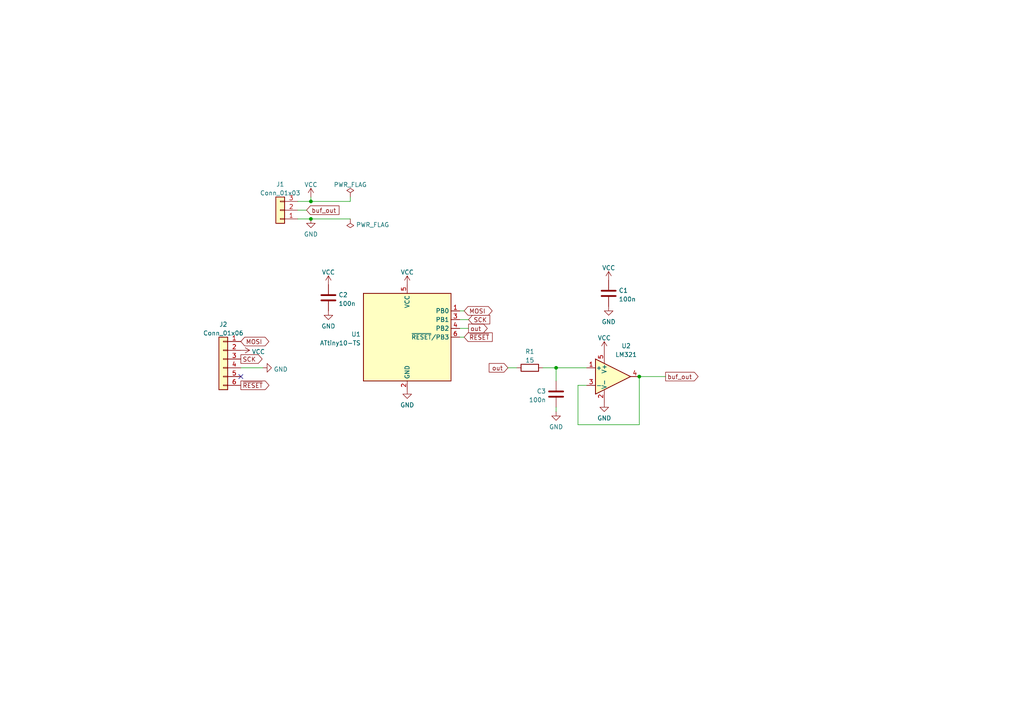
<source format=kicad_sch>
(kicad_sch (version 20211123) (generator eeschema)

  (uuid 1593ca0f-3b22-4ece-831f-2968d5aedc34)

  (paper "A4")

  (lib_symbols
    (symbol "Amplifier_Operational:LM321" (pin_names (offset 0.127)) (in_bom yes) (on_board yes)
      (property "Reference" "U" (id 0) (at 0 7.62 0)
        (effects (font (size 1.27 1.27)) (justify left))
      )
      (property "Value" "LM321" (id 1) (at 0 5.08 0)
        (effects (font (size 1.27 1.27)) (justify left))
      )
      (property "Footprint" "Package_TO_SOT_SMD:SOT-23-5" (id 2) (at 0 0 0)
        (effects (font (size 1.27 1.27)) hide)
      )
      (property "Datasheet" "http://www.ti.com/lit/ds/symlink/lm321.pdf" (id 3) (at 0 0 0)
        (effects (font (size 1.27 1.27)) hide)
      )
      (property "ki_keywords" "single opamp" (id 4) (at 0 0 0)
        (effects (font (size 1.27 1.27)) hide)
      )
      (property "ki_description" "Low Power Single Operational Amplifier, SOT-23-5" (id 5) (at 0 0 0)
        (effects (font (size 1.27 1.27)) hide)
      )
      (property "ki_fp_filters" "SOT?23*" (id 6) (at 0 0 0)
        (effects (font (size 1.27 1.27)) hide)
      )
      (symbol "LM321_0_1"
        (polyline
          (pts
            (xy -5.08 5.08)
            (xy 5.08 0)
            (xy -5.08 -5.08)
            (xy -5.08 5.08)
          )
          (stroke (width 0.254) (type default) (color 0 0 0 0))
          (fill (type background))
        )
      )
      (symbol "LM321_1_1"
        (pin input line (at -7.62 2.54 0) (length 2.54)
          (name "+" (effects (font (size 1.27 1.27))))
          (number "1" (effects (font (size 1.27 1.27))))
        )
        (pin power_in line (at -2.54 -7.62 90) (length 3.81)
          (name "V-" (effects (font (size 1.27 1.27))))
          (number "2" (effects (font (size 1.27 1.27))))
        )
        (pin input line (at -7.62 -2.54 0) (length 2.54)
          (name "-" (effects (font (size 1.27 1.27))))
          (number "3" (effects (font (size 1.27 1.27))))
        )
        (pin output line (at 7.62 0 180) (length 2.54)
          (name "~" (effects (font (size 1.27 1.27))))
          (number "4" (effects (font (size 1.27 1.27))))
        )
        (pin power_in line (at -2.54 7.62 270) (length 3.81)
          (name "V+" (effects (font (size 1.27 1.27))))
          (number "5" (effects (font (size 1.27 1.27))))
        )
      )
    )
    (symbol "Connector_Generic:Conn_01x03" (pin_names (offset 1.016) hide) (in_bom yes) (on_board yes)
      (property "Reference" "J" (id 0) (at 0 5.08 0)
        (effects (font (size 1.27 1.27)))
      )
      (property "Value" "Conn_01x03" (id 1) (at 0 -5.08 0)
        (effects (font (size 1.27 1.27)))
      )
      (property "Footprint" "" (id 2) (at 0 0 0)
        (effects (font (size 1.27 1.27)) hide)
      )
      (property "Datasheet" "~" (id 3) (at 0 0 0)
        (effects (font (size 1.27 1.27)) hide)
      )
      (property "ki_keywords" "connector" (id 4) (at 0 0 0)
        (effects (font (size 1.27 1.27)) hide)
      )
      (property "ki_description" "Generic connector, single row, 01x03, script generated (kicad-library-utils/schlib/autogen/connector/)" (id 5) (at 0 0 0)
        (effects (font (size 1.27 1.27)) hide)
      )
      (property "ki_fp_filters" "Connector*:*_1x??_*" (id 6) (at 0 0 0)
        (effects (font (size 1.27 1.27)) hide)
      )
      (symbol "Conn_01x03_1_1"
        (rectangle (start -1.27 -2.413) (end 0 -2.667)
          (stroke (width 0.1524) (type default) (color 0 0 0 0))
          (fill (type none))
        )
        (rectangle (start -1.27 0.127) (end 0 -0.127)
          (stroke (width 0.1524) (type default) (color 0 0 0 0))
          (fill (type none))
        )
        (rectangle (start -1.27 2.667) (end 0 2.413)
          (stroke (width 0.1524) (type default) (color 0 0 0 0))
          (fill (type none))
        )
        (rectangle (start -1.27 3.81) (end 1.27 -3.81)
          (stroke (width 0.254) (type default) (color 0 0 0 0))
          (fill (type background))
        )
        (pin passive line (at -5.08 2.54 0) (length 3.81)
          (name "Pin_1" (effects (font (size 1.27 1.27))))
          (number "1" (effects (font (size 1.27 1.27))))
        )
        (pin passive line (at -5.08 0 0) (length 3.81)
          (name "Pin_2" (effects (font (size 1.27 1.27))))
          (number "2" (effects (font (size 1.27 1.27))))
        )
        (pin passive line (at -5.08 -2.54 0) (length 3.81)
          (name "Pin_3" (effects (font (size 1.27 1.27))))
          (number "3" (effects (font (size 1.27 1.27))))
        )
      )
    )
    (symbol "Connector_Generic:Conn_01x06" (pin_names (offset 1.016) hide) (in_bom yes) (on_board yes)
      (property "Reference" "J" (id 0) (at 0 7.62 0)
        (effects (font (size 1.27 1.27)))
      )
      (property "Value" "Conn_01x06" (id 1) (at 0 -10.16 0)
        (effects (font (size 1.27 1.27)))
      )
      (property "Footprint" "" (id 2) (at 0 0 0)
        (effects (font (size 1.27 1.27)) hide)
      )
      (property "Datasheet" "~" (id 3) (at 0 0 0)
        (effects (font (size 1.27 1.27)) hide)
      )
      (property "ki_keywords" "connector" (id 4) (at 0 0 0)
        (effects (font (size 1.27 1.27)) hide)
      )
      (property "ki_description" "Generic connector, single row, 01x06, script generated (kicad-library-utils/schlib/autogen/connector/)" (id 5) (at 0 0 0)
        (effects (font (size 1.27 1.27)) hide)
      )
      (property "ki_fp_filters" "Connector*:*_1x??_*" (id 6) (at 0 0 0)
        (effects (font (size 1.27 1.27)) hide)
      )
      (symbol "Conn_01x06_1_1"
        (rectangle (start -1.27 -7.493) (end 0 -7.747)
          (stroke (width 0.1524) (type default) (color 0 0 0 0))
          (fill (type none))
        )
        (rectangle (start -1.27 -4.953) (end 0 -5.207)
          (stroke (width 0.1524) (type default) (color 0 0 0 0))
          (fill (type none))
        )
        (rectangle (start -1.27 -2.413) (end 0 -2.667)
          (stroke (width 0.1524) (type default) (color 0 0 0 0))
          (fill (type none))
        )
        (rectangle (start -1.27 0.127) (end 0 -0.127)
          (stroke (width 0.1524) (type default) (color 0 0 0 0))
          (fill (type none))
        )
        (rectangle (start -1.27 2.667) (end 0 2.413)
          (stroke (width 0.1524) (type default) (color 0 0 0 0))
          (fill (type none))
        )
        (rectangle (start -1.27 5.207) (end 0 4.953)
          (stroke (width 0.1524) (type default) (color 0 0 0 0))
          (fill (type none))
        )
        (rectangle (start -1.27 6.35) (end 1.27 -8.89)
          (stroke (width 0.254) (type default) (color 0 0 0 0))
          (fill (type background))
        )
        (pin passive line (at -5.08 5.08 0) (length 3.81)
          (name "Pin_1" (effects (font (size 1.27 1.27))))
          (number "1" (effects (font (size 1.27 1.27))))
        )
        (pin passive line (at -5.08 2.54 0) (length 3.81)
          (name "Pin_2" (effects (font (size 1.27 1.27))))
          (number "2" (effects (font (size 1.27 1.27))))
        )
        (pin passive line (at -5.08 0 0) (length 3.81)
          (name "Pin_3" (effects (font (size 1.27 1.27))))
          (number "3" (effects (font (size 1.27 1.27))))
        )
        (pin passive line (at -5.08 -2.54 0) (length 3.81)
          (name "Pin_4" (effects (font (size 1.27 1.27))))
          (number "4" (effects (font (size 1.27 1.27))))
        )
        (pin passive line (at -5.08 -5.08 0) (length 3.81)
          (name "Pin_5" (effects (font (size 1.27 1.27))))
          (number "5" (effects (font (size 1.27 1.27))))
        )
        (pin passive line (at -5.08 -7.62 0) (length 3.81)
          (name "Pin_6" (effects (font (size 1.27 1.27))))
          (number "6" (effects (font (size 1.27 1.27))))
        )
      )
    )
    (symbol "Device:C" (pin_numbers hide) (pin_names (offset 0.254)) (in_bom yes) (on_board yes)
      (property "Reference" "C" (id 0) (at 0.635 2.54 0)
        (effects (font (size 1.27 1.27)) (justify left))
      )
      (property "Value" "C" (id 1) (at 0.635 -2.54 0)
        (effects (font (size 1.27 1.27)) (justify left))
      )
      (property "Footprint" "" (id 2) (at 0.9652 -3.81 0)
        (effects (font (size 1.27 1.27)) hide)
      )
      (property "Datasheet" "~" (id 3) (at 0 0 0)
        (effects (font (size 1.27 1.27)) hide)
      )
      (property "ki_keywords" "cap capacitor" (id 4) (at 0 0 0)
        (effects (font (size 1.27 1.27)) hide)
      )
      (property "ki_description" "Unpolarized capacitor" (id 5) (at 0 0 0)
        (effects (font (size 1.27 1.27)) hide)
      )
      (property "ki_fp_filters" "C_*" (id 6) (at 0 0 0)
        (effects (font (size 1.27 1.27)) hide)
      )
      (symbol "C_0_1"
        (polyline
          (pts
            (xy -2.032 -0.762)
            (xy 2.032 -0.762)
          )
          (stroke (width 0.508) (type default) (color 0 0 0 0))
          (fill (type none))
        )
        (polyline
          (pts
            (xy -2.032 0.762)
            (xy 2.032 0.762)
          )
          (stroke (width 0.508) (type default) (color 0 0 0 0))
          (fill (type none))
        )
      )
      (symbol "C_1_1"
        (pin passive line (at 0 3.81 270) (length 2.794)
          (name "~" (effects (font (size 1.27 1.27))))
          (number "1" (effects (font (size 1.27 1.27))))
        )
        (pin passive line (at 0 -3.81 90) (length 2.794)
          (name "~" (effects (font (size 1.27 1.27))))
          (number "2" (effects (font (size 1.27 1.27))))
        )
      )
    )
    (symbol "Device:R" (pin_numbers hide) (pin_names (offset 0)) (in_bom yes) (on_board yes)
      (property "Reference" "R" (id 0) (at 2.032 0 90)
        (effects (font (size 1.27 1.27)))
      )
      (property "Value" "R" (id 1) (at 0 0 90)
        (effects (font (size 1.27 1.27)))
      )
      (property "Footprint" "" (id 2) (at -1.778 0 90)
        (effects (font (size 1.27 1.27)) hide)
      )
      (property "Datasheet" "~" (id 3) (at 0 0 0)
        (effects (font (size 1.27 1.27)) hide)
      )
      (property "ki_keywords" "R res resistor" (id 4) (at 0 0 0)
        (effects (font (size 1.27 1.27)) hide)
      )
      (property "ki_description" "Resistor" (id 5) (at 0 0 0)
        (effects (font (size 1.27 1.27)) hide)
      )
      (property "ki_fp_filters" "R_*" (id 6) (at 0 0 0)
        (effects (font (size 1.27 1.27)) hide)
      )
      (symbol "R_0_1"
        (rectangle (start -1.016 -2.54) (end 1.016 2.54)
          (stroke (width 0.254) (type default) (color 0 0 0 0))
          (fill (type none))
        )
      )
      (symbol "R_1_1"
        (pin passive line (at 0 3.81 270) (length 1.27)
          (name "~" (effects (font (size 1.27 1.27))))
          (number "1" (effects (font (size 1.27 1.27))))
        )
        (pin passive line (at 0 -3.81 90) (length 1.27)
          (name "~" (effects (font (size 1.27 1.27))))
          (number "2" (effects (font (size 1.27 1.27))))
        )
      )
    )
    (symbol "MCU_Microchip_ATtiny:ATtiny10-TS" (in_bom yes) (on_board yes)
      (property "Reference" "U" (id 0) (at -12.7 13.97 0)
        (effects (font (size 1.27 1.27)) (justify left bottom))
      )
      (property "Value" "ATtiny10-TS" (id 1) (at 2.54 -13.97 0)
        (effects (font (size 1.27 1.27)) (justify left top))
      )
      (property "Footprint" "Package_TO_SOT_SMD:SOT-23-6" (id 2) (at 0 0 0)
        (effects (font (size 1.27 1.27) italic) hide)
      )
      (property "Datasheet" "http://ww1.microchip.com/downloads/en/DeviceDoc/Atmel-8127-AVR-8-bit-Microcontroller-ATtiny4-ATtiny5-ATtiny9-ATtiny10_Datasheet.pdf" (id 3) (at 0 0 0)
        (effects (font (size 1.27 1.27)) hide)
      )
      (property "ki_keywords" "AVR 8bit Microcontroller tinyAVR" (id 4) (at 0 0 0)
        (effects (font (size 1.27 1.27)) hide)
      )
      (property "ki_description" "12MHz, 1kB Flash, 32B SRAM, No EEPROM, ADC, SOT-23-6" (id 5) (at 0 0 0)
        (effects (font (size 1.27 1.27)) hide)
      )
      (property "ki_fp_filters" "SOT?23?6*" (id 6) (at 0 0 0)
        (effects (font (size 1.27 1.27)) hide)
      )
      (symbol "ATtiny10-TS_0_1"
        (rectangle (start -12.7 -12.7) (end 12.7 12.7)
          (stroke (width 0.254) (type default) (color 0 0 0 0))
          (fill (type background))
        )
      )
      (symbol "ATtiny10-TS_1_1"
        (pin bidirectional line (at 15.24 7.62 180) (length 2.54)
          (name "PB0" (effects (font (size 1.27 1.27))))
          (number "1" (effects (font (size 1.27 1.27))))
        )
        (pin power_in line (at 0 -15.24 90) (length 2.54)
          (name "GND" (effects (font (size 1.27 1.27))))
          (number "2" (effects (font (size 1.27 1.27))))
        )
        (pin bidirectional line (at 15.24 5.08 180) (length 2.54)
          (name "PB1" (effects (font (size 1.27 1.27))))
          (number "3" (effects (font (size 1.27 1.27))))
        )
        (pin bidirectional line (at 15.24 2.54 180) (length 2.54)
          (name "PB2" (effects (font (size 1.27 1.27))))
          (number "4" (effects (font (size 1.27 1.27))))
        )
        (pin power_in line (at 0 15.24 270) (length 2.54)
          (name "VCC" (effects (font (size 1.27 1.27))))
          (number "5" (effects (font (size 1.27 1.27))))
        )
        (pin bidirectional line (at 15.24 0 180) (length 2.54)
          (name "~{RESET}/PB3" (effects (font (size 1.27 1.27))))
          (number "6" (effects (font (size 1.27 1.27))))
        )
      )
    )
    (symbol "power:GND" (power) (pin_names (offset 0)) (in_bom yes) (on_board yes)
      (property "Reference" "#PWR" (id 0) (at 0 -6.35 0)
        (effects (font (size 1.27 1.27)) hide)
      )
      (property "Value" "GND" (id 1) (at 0 -3.81 0)
        (effects (font (size 1.27 1.27)))
      )
      (property "Footprint" "" (id 2) (at 0 0 0)
        (effects (font (size 1.27 1.27)) hide)
      )
      (property "Datasheet" "" (id 3) (at 0 0 0)
        (effects (font (size 1.27 1.27)) hide)
      )
      (property "ki_keywords" "power-flag" (id 4) (at 0 0 0)
        (effects (font (size 1.27 1.27)) hide)
      )
      (property "ki_description" "Power symbol creates a global label with name \"GND\" , ground" (id 5) (at 0 0 0)
        (effects (font (size 1.27 1.27)) hide)
      )
      (symbol "GND_0_1"
        (polyline
          (pts
            (xy 0 0)
            (xy 0 -1.27)
            (xy 1.27 -1.27)
            (xy 0 -2.54)
            (xy -1.27 -1.27)
            (xy 0 -1.27)
          )
          (stroke (width 0) (type default) (color 0 0 0 0))
          (fill (type none))
        )
      )
      (symbol "GND_1_1"
        (pin power_in line (at 0 0 270) (length 0) hide
          (name "GND" (effects (font (size 1.27 1.27))))
          (number "1" (effects (font (size 1.27 1.27))))
        )
      )
    )
    (symbol "power:PWR_FLAG" (power) (pin_numbers hide) (pin_names (offset 0) hide) (in_bom yes) (on_board yes)
      (property "Reference" "#FLG" (id 0) (at 0 1.905 0)
        (effects (font (size 1.27 1.27)) hide)
      )
      (property "Value" "PWR_FLAG" (id 1) (at 0 3.81 0)
        (effects (font (size 1.27 1.27)))
      )
      (property "Footprint" "" (id 2) (at 0 0 0)
        (effects (font (size 1.27 1.27)) hide)
      )
      (property "Datasheet" "~" (id 3) (at 0 0 0)
        (effects (font (size 1.27 1.27)) hide)
      )
      (property "ki_keywords" "power-flag" (id 4) (at 0 0 0)
        (effects (font (size 1.27 1.27)) hide)
      )
      (property "ki_description" "Special symbol for telling ERC where power comes from" (id 5) (at 0 0 0)
        (effects (font (size 1.27 1.27)) hide)
      )
      (symbol "PWR_FLAG_0_0"
        (pin power_out line (at 0 0 90) (length 0)
          (name "pwr" (effects (font (size 1.27 1.27))))
          (number "1" (effects (font (size 1.27 1.27))))
        )
      )
      (symbol "PWR_FLAG_0_1"
        (polyline
          (pts
            (xy 0 0)
            (xy 0 1.27)
            (xy -1.016 1.905)
            (xy 0 2.54)
            (xy 1.016 1.905)
            (xy 0 1.27)
          )
          (stroke (width 0) (type default) (color 0 0 0 0))
          (fill (type none))
        )
      )
    )
    (symbol "power:VCC" (power) (pin_names (offset 0)) (in_bom yes) (on_board yes)
      (property "Reference" "#PWR" (id 0) (at 0 -3.81 0)
        (effects (font (size 1.27 1.27)) hide)
      )
      (property "Value" "VCC" (id 1) (at 0 3.81 0)
        (effects (font (size 1.27 1.27)))
      )
      (property "Footprint" "" (id 2) (at 0 0 0)
        (effects (font (size 1.27 1.27)) hide)
      )
      (property "Datasheet" "" (id 3) (at 0 0 0)
        (effects (font (size 1.27 1.27)) hide)
      )
      (property "ki_keywords" "power-flag" (id 4) (at 0 0 0)
        (effects (font (size 1.27 1.27)) hide)
      )
      (property "ki_description" "Power symbol creates a global label with name \"VCC\"" (id 5) (at 0 0 0)
        (effects (font (size 1.27 1.27)) hide)
      )
      (symbol "VCC_0_1"
        (polyline
          (pts
            (xy -0.762 1.27)
            (xy 0 2.54)
          )
          (stroke (width 0) (type default) (color 0 0 0 0))
          (fill (type none))
        )
        (polyline
          (pts
            (xy 0 0)
            (xy 0 2.54)
          )
          (stroke (width 0) (type default) (color 0 0 0 0))
          (fill (type none))
        )
        (polyline
          (pts
            (xy 0 2.54)
            (xy 0.762 1.27)
          )
          (stroke (width 0) (type default) (color 0 0 0 0))
          (fill (type none))
        )
      )
      (symbol "VCC_1_1"
        (pin power_in line (at 0 0 90) (length 0) hide
          (name "VCC" (effects (font (size 1.27 1.27))))
          (number "1" (effects (font (size 1.27 1.27))))
        )
      )
    )
  )

  (junction (at 161.29 106.68) (diameter 0) (color 0 0 0 0)
    (uuid 10c6fc98-204b-4748-9492-400ebaec9aed)
  )
  (junction (at 90.17 63.5) (diameter 0) (color 0 0 0 0)
    (uuid 7e41087d-929b-49b0-b8c1-5e69e9a2cc7f)
  )
  (junction (at 185.42 109.22) (diameter 0) (color 0 0 0 0)
    (uuid 9e589e51-8ad8-4cdb-8f8e-2c7764be8472)
  )
  (junction (at 90.17 58.42) (diameter 0) (color 0 0 0 0)
    (uuid be3986bc-6997-4043-a81c-9d3fed0e35ed)
  )

  (no_connect (at 69.85 109.22) (uuid e904333c-dc9b-4a2f-997b-41bb902a51c0))

  (wire (pts (xy 90.17 58.42) (xy 86.36 58.42))
    (stroke (width 0) (type default) (color 0 0 0 0))
    (uuid 0532054c-a1a6-4ef7-8124-b0ca041f8e84)
  )
  (wire (pts (xy 69.85 106.68) (xy 76.2 106.68))
    (stroke (width 0) (type default) (color 0 0 0 0))
    (uuid 14b6bc7e-9c3f-4e91-9b08-2218df86a498)
  )
  (wire (pts (xy 161.29 106.68) (xy 161.29 110.49))
    (stroke (width 0) (type default) (color 0 0 0 0))
    (uuid 2b91374d-5d5f-4586-9aa6-d2f4e429c88f)
  )
  (wire (pts (xy 90.17 63.5) (xy 101.6 63.5))
    (stroke (width 0) (type default) (color 0 0 0 0))
    (uuid 30513ec3-941c-4ff5-a6c2-d1164a64e376)
  )
  (wire (pts (xy 86.36 60.96) (xy 88.9 60.96))
    (stroke (width 0) (type default) (color 0 0 0 0))
    (uuid 33e6e2e4-535b-402c-8f23-6c1a68aecb7c)
  )
  (wire (pts (xy 101.6 57.15) (xy 101.6 58.42))
    (stroke (width 0) (type default) (color 0 0 0 0))
    (uuid 342b39d1-9555-4998-b89a-d838b1b88b6d)
  )
  (wire (pts (xy 133.35 95.25) (xy 135.89 95.25))
    (stroke (width 0) (type default) (color 0 0 0 0))
    (uuid 43edaecf-c30e-476b-90a1-d31aca58b7bf)
  )
  (wire (pts (xy 86.36 63.5) (xy 90.17 63.5))
    (stroke (width 0) (type default) (color 0 0 0 0))
    (uuid 56005b91-6205-45f8-b935-212fa6988695)
  )
  (wire (pts (xy 147.32 106.68) (xy 149.86 106.68))
    (stroke (width 0) (type default) (color 0 0 0 0))
    (uuid 7508c68e-f457-4f53-adf5-f59513fbaa39)
  )
  (wire (pts (xy 170.18 111.76) (xy 167.64 111.76))
    (stroke (width 0) (type default) (color 0 0 0 0))
    (uuid 761f05b7-6233-4443-8dbc-fa43709e64db)
  )
  (wire (pts (xy 133.35 90.17) (xy 134.62 90.17))
    (stroke (width 0) (type default) (color 0 0 0 0))
    (uuid 7769a433-a1ef-4f47-a278-ceb64bc9ed1c)
  )
  (wire (pts (xy 133.35 92.71) (xy 135.89 92.71))
    (stroke (width 0) (type default) (color 0 0 0 0))
    (uuid 8f3cad5d-2de2-4405-bb0e-9211c812c78f)
  )
  (wire (pts (xy 167.64 111.76) (xy 167.64 123.19))
    (stroke (width 0) (type default) (color 0 0 0 0))
    (uuid b2be3b2e-f932-4861-95bd-b4e588eee559)
  )
  (wire (pts (xy 90.17 57.15) (xy 90.17 58.42))
    (stroke (width 0) (type default) (color 0 0 0 0))
    (uuid bb3f3b89-b86d-4f6a-9fe8-2e6f05fda3d0)
  )
  (wire (pts (xy 157.48 106.68) (xy 161.29 106.68))
    (stroke (width 0) (type default) (color 0 0 0 0))
    (uuid c6d077bf-b973-46a7-a41a-f54003100dbb)
  )
  (wire (pts (xy 101.6 58.42) (xy 90.17 58.42))
    (stroke (width 0) (type default) (color 0 0 0 0))
    (uuid cd416c2e-b851-47ca-82bb-f15ead12c1ca)
  )
  (wire (pts (xy 133.35 97.79) (xy 134.62 97.79))
    (stroke (width 0) (type default) (color 0 0 0 0))
    (uuid d0cc45fd-46ac-4cbb-8f9e-8f81934a33ed)
  )
  (wire (pts (xy 161.29 106.68) (xy 170.18 106.68))
    (stroke (width 0) (type default) (color 0 0 0 0))
    (uuid dedadc56-9cf0-47ba-ac0a-d3d88da1eb73)
  )
  (wire (pts (xy 167.64 123.19) (xy 185.42 123.19))
    (stroke (width 0) (type default) (color 0 0 0 0))
    (uuid e4e80b92-82ba-42da-96ac-db32b8422952)
  )
  (wire (pts (xy 185.42 123.19) (xy 185.42 109.22))
    (stroke (width 0) (type default) (color 0 0 0 0))
    (uuid f09ad42c-5b3a-49a4-8a9f-00c52a2f4037)
  )
  (wire (pts (xy 185.42 109.22) (xy 193.04 109.22))
    (stroke (width 0) (type default) (color 0 0 0 0))
    (uuid f1118ef3-30b6-490f-a04a-e77507f0162f)
  )
  (wire (pts (xy 161.29 118.11) (xy 161.29 119.38))
    (stroke (width 0) (type default) (color 0 0 0 0))
    (uuid f5eeb97b-3c29-4916-a451-0f500202dd47)
  )

  (global_label "out" (shape output) (at 135.89 95.25 0) (fields_autoplaced)
    (effects (font (size 1.27 1.27)) (justify left))
    (uuid 12c9efbc-41cd-417c-8c2a-2cd879fb0e32)
    (property "Intersheet References" "${INTERSHEET_REFS}" (id 0) (at 141.3269 95.1706 0)
      (effects (font (size 1.27 1.27)) (justify left) hide)
    )
  )
  (global_label "SCK" (shape input) (at 135.89 92.71 0) (fields_autoplaced)
    (effects (font (size 1.27 1.27)) (justify left))
    (uuid 14fda410-8cf5-41bd-acef-7055df0dfbf2)
    (property "Intersheet References" "${INTERSHEET_REFS}" (id 0) (at 142.0526 92.6306 0)
      (effects (font (size 1.27 1.27)) (justify left) hide)
    )
  )
  (global_label "SCK" (shape output) (at 69.85 104.14 0) (fields_autoplaced)
    (effects (font (size 1.27 1.27)) (justify left))
    (uuid 15ebe24e-5021-4f6e-b362-55ab3a628eff)
    (property "Intersheet References" "${INTERSHEET_REFS}" (id 0) (at 76.0126 104.0606 0)
      (effects (font (size 1.27 1.27)) (justify left) hide)
    )
  )
  (global_label "~{RESET}" (shape output) (at 69.85 111.76 0) (fields_autoplaced)
    (effects (font (size 1.27 1.27)) (justify left))
    (uuid 3e664e1e-da9c-4d38-96b4-703a981ebad7)
    (property "Intersheet References" "${INTERSHEET_REFS}" (id 0) (at 78.0083 111.6806 0)
      (effects (font (size 1.27 1.27)) (justify left) hide)
    )
  )
  (global_label "buf_out" (shape input) (at 88.9 60.96 0) (fields_autoplaced)
    (effects (font (size 1.27 1.27)) (justify left))
    (uuid 62f0ebb9-efcf-4cab-ad54-3017d3728545)
    (property "Intersheet References" "${INTERSHEET_REFS}" (id 0) (at 98.3283 61.0394 0)
      (effects (font (size 1.27 1.27)) (justify left) hide)
    )
  )
  (global_label "MOSI" (shape bidirectional) (at 134.62 90.17 0) (fields_autoplaced)
    (effects (font (size 1.27 1.27)) (justify left))
    (uuid 72cf72b9-a393-45c2-b98e-b34e73f9b51c)
    (property "Intersheet References" "${INTERSHEET_REFS}" (id 0) (at 141.6293 90.0906 0)
      (effects (font (size 1.27 1.27)) (justify left) hide)
    )
  )
  (global_label "MOSI" (shape bidirectional) (at 69.85 99.06 0) (fields_autoplaced)
    (effects (font (size 1.27 1.27)) (justify left))
    (uuid 79c86e60-59fe-4e8f-9509-b5898b660bd2)
    (property "Intersheet References" "${INTERSHEET_REFS}" (id 0) (at 76.8593 98.9806 0)
      (effects (font (size 1.27 1.27)) (justify left) hide)
    )
  )
  (global_label "out" (shape input) (at 147.32 106.68 180) (fields_autoplaced)
    (effects (font (size 1.27 1.27)) (justify right))
    (uuid 9636fc3a-e448-4ab0-a17e-1ef8e6815c8b)
    (property "Intersheet References" "${INTERSHEET_REFS}" (id 0) (at 141.8831 106.6006 0)
      (effects (font (size 1.27 1.27)) (justify right) hide)
    )
  )
  (global_label "~{RESET}" (shape input) (at 134.62 97.79 0) (fields_autoplaced)
    (effects (font (size 1.27 1.27)) (justify left))
    (uuid b35ae6cc-86ee-418b-80a1-f033d2f423c1)
    (property "Intersheet References" "${INTERSHEET_REFS}" (id 0) (at 142.7783 97.7106 0)
      (effects (font (size 1.27 1.27)) (justify left) hide)
    )
  )
  (global_label "buf_out" (shape output) (at 193.04 109.22 0) (fields_autoplaced)
    (effects (font (size 1.27 1.27)) (justify left))
    (uuid e4d0207e-a594-4bcc-9c40-a33637e06640)
    (property "Intersheet References" "${INTERSHEET_REFS}" (id 0) (at 202.4683 109.2994 0)
      (effects (font (size 1.27 1.27)) (justify left) hide)
    )
  )

  (symbol (lib_id "power:VCC") (at 176.53 81.28 0) (unit 1)
    (in_bom yes) (on_board yes) (fields_autoplaced)
    (uuid 1585f311-4b11-400c-b839-7bf0aa700112)
    (property "Reference" "#PWR03" (id 0) (at 176.53 85.09 0)
      (effects (font (size 1.27 1.27)) hide)
    )
    (property "Value" "VCC" (id 1) (at 176.53 77.7042 0))
    (property "Footprint" "" (id 2) (at 176.53 81.28 0)
      (effects (font (size 1.27 1.27)) hide)
    )
    (property "Datasheet" "" (id 3) (at 176.53 81.28 0)
      (effects (font (size 1.27 1.27)) hide)
    )
    (pin "1" (uuid 0722c910-18bf-48b9-80df-72e4e01ab8c8))
  )

  (symbol (lib_id "power:VCC") (at 95.25 82.55 0) (unit 1)
    (in_bom yes) (on_board yes) (fields_autoplaced)
    (uuid 213dba1a-640d-442c-b33f-43ffb22d6e84)
    (property "Reference" "#PWR04" (id 0) (at 95.25 86.36 0)
      (effects (font (size 1.27 1.27)) hide)
    )
    (property "Value" "VCC" (id 1) (at 95.25 78.9742 0))
    (property "Footprint" "" (id 2) (at 95.25 82.55 0)
      (effects (font (size 1.27 1.27)) hide)
    )
    (property "Datasheet" "" (id 3) (at 95.25 82.55 0)
      (effects (font (size 1.27 1.27)) hide)
    )
    (pin "1" (uuid 22223581-8d35-423d-bd10-395092bb0929))
  )

  (symbol (lib_id "power:VCC") (at 175.26 101.6 0) (unit 1)
    (in_bom yes) (on_board yes) (fields_autoplaced)
    (uuid 3278e381-c2fa-4ba8-a9a8-3d915d12a977)
    (property "Reference" "#PWR08" (id 0) (at 175.26 105.41 0)
      (effects (font (size 1.27 1.27)) hide)
    )
    (property "Value" "VCC" (id 1) (at 175.26 98.0242 0))
    (property "Footprint" "" (id 2) (at 175.26 101.6 0)
      (effects (font (size 1.27 1.27)) hide)
    )
    (property "Datasheet" "" (id 3) (at 175.26 101.6 0)
      (effects (font (size 1.27 1.27)) hide)
    )
    (pin "1" (uuid 7f16c0b6-fd26-4563-be36-fa6de31c0db6))
  )

  (symbol (lib_id "power:GND") (at 161.29 119.38 0) (unit 1)
    (in_bom yes) (on_board yes) (fields_autoplaced)
    (uuid 32a77d0a-6982-46bd-b356-84b8bca6c504)
    (property "Reference" "#PWR011" (id 0) (at 161.29 125.73 0)
      (effects (font (size 1.27 1.27)) hide)
    )
    (property "Value" "GND" (id 1) (at 161.29 123.8234 0))
    (property "Footprint" "" (id 2) (at 161.29 119.38 0)
      (effects (font (size 1.27 1.27)) hide)
    )
    (property "Datasheet" "" (id 3) (at 161.29 119.38 0)
      (effects (font (size 1.27 1.27)) hide)
    )
    (pin "1" (uuid 0a147af9-a66a-48f4-a6d8-6bdbd06e54d5))
  )

  (symbol (lib_id "power:GND") (at 176.53 88.9 0) (unit 1)
    (in_bom yes) (on_board yes) (fields_autoplaced)
    (uuid 3985c453-645a-4bbd-aad2-7775248cb955)
    (property "Reference" "#PWR06" (id 0) (at 176.53 95.25 0)
      (effects (font (size 1.27 1.27)) hide)
    )
    (property "Value" "GND" (id 1) (at 176.53 93.3434 0))
    (property "Footprint" "" (id 2) (at 176.53 88.9 0)
      (effects (font (size 1.27 1.27)) hide)
    )
    (property "Datasheet" "" (id 3) (at 176.53 88.9 0)
      (effects (font (size 1.27 1.27)) hide)
    )
    (pin "1" (uuid 700f8b70-45b1-4eb4-a735-15d839cb9f48))
  )

  (symbol (lib_id "Device:C") (at 95.25 86.36 0) (unit 1)
    (in_bom yes) (on_board yes) (fields_autoplaced)
    (uuid 41e2dd34-1632-47cf-ad64-90a474ba7df9)
    (property "Reference" "C2" (id 0) (at 98.171 85.5253 0)
      (effects (font (size 1.27 1.27)) (justify left))
    )
    (property "Value" "100n" (id 1) (at 98.171 88.0622 0)
      (effects (font (size 1.27 1.27)) (justify left))
    )
    (property "Footprint" "Capacitor_SMD:C_0402_1005Metric" (id 2) (at 96.2152 90.17 0)
      (effects (font (size 1.27 1.27)) hide)
    )
    (property "Datasheet" "~" (id 3) (at 95.25 86.36 0)
      (effects (font (size 1.27 1.27)) hide)
    )
    (property "LCSC" "C1525" (id 4) (at 95.25 86.36 0)
      (effects (font (size 1.27 1.27)) hide)
    )
    (pin "1" (uuid 584a151f-cf15-418c-9129-51167a5f9d2f))
    (pin "2" (uuid 1b0bf06e-50b3-41d6-82e6-76b4b72fa0cc))
  )

  (symbol (lib_id "power:GND") (at 95.25 90.17 0) (unit 1)
    (in_bom yes) (on_board yes) (fields_autoplaced)
    (uuid 4884c5a2-fceb-479c-b670-fa1d3fc245a4)
    (property "Reference" "#PWR07" (id 0) (at 95.25 96.52 0)
      (effects (font (size 1.27 1.27)) hide)
    )
    (property "Value" "GND" (id 1) (at 95.25 94.6134 0))
    (property "Footprint" "" (id 2) (at 95.25 90.17 0)
      (effects (font (size 1.27 1.27)) hide)
    )
    (property "Datasheet" "" (id 3) (at 95.25 90.17 0)
      (effects (font (size 1.27 1.27)) hide)
    )
    (pin "1" (uuid e49aef08-475f-4c51-8825-57be6d6da3b2))
  )

  (symbol (lib_id "power:PWR_FLAG") (at 101.6 57.15 0) (unit 1)
    (in_bom yes) (on_board yes) (fields_autoplaced)
    (uuid 55f31653-e918-4a72-97e9-feed2ae66080)
    (property "Reference" "#FLG0101" (id 0) (at 101.6 55.245 0)
      (effects (font (size 1.27 1.27)) hide)
    )
    (property "Value" "PWR_FLAG" (id 1) (at 101.6 53.5742 0))
    (property "Footprint" "" (id 2) (at 101.6 57.15 0)
      (effects (font (size 1.27 1.27)) hide)
    )
    (property "Datasheet" "~" (id 3) (at 101.6 57.15 0)
      (effects (font (size 1.27 1.27)) hide)
    )
    (pin "1" (uuid cdd2b2ad-8b93-4c74-b6a5-3479d340974b))
  )

  (symbol (lib_id "Device:C") (at 161.29 114.3 0) (unit 1)
    (in_bom yes) (on_board yes) (fields_autoplaced)
    (uuid 586bab74-887b-46bd-8a02-9d1026d6febb)
    (property "Reference" "C3" (id 0) (at 158.369 113.4653 0)
      (effects (font (size 1.27 1.27)) (justify right))
    )
    (property "Value" "100n" (id 1) (at 158.369 116.0022 0)
      (effects (font (size 1.27 1.27)) (justify right))
    )
    (property "Footprint" "Capacitor_SMD:C_0402_1005Metric" (id 2) (at 162.2552 118.11 0)
      (effects (font (size 1.27 1.27)) hide)
    )
    (property "Datasheet" "~" (id 3) (at 161.29 114.3 0)
      (effects (font (size 1.27 1.27)) hide)
    )
    (property "LCSC" "C1525" (id 4) (at 161.29 114.3 0)
      (effects (font (size 1.27 1.27)) hide)
    )
    (pin "1" (uuid d068c5e7-dd88-4112-9be0-2307e9146ddd))
    (pin "2" (uuid c5d9bf26-2cf0-40f8-8e4c-fa1864764834))
  )

  (symbol (lib_id "power:GND") (at 118.11 113.03 0) (unit 1)
    (in_bom yes) (on_board yes) (fields_autoplaced)
    (uuid 5eb34015-2d96-47eb-be0a-4f750a41c980)
    (property "Reference" "#PWR09" (id 0) (at 118.11 119.38 0)
      (effects (font (size 1.27 1.27)) hide)
    )
    (property "Value" "GND" (id 1) (at 118.11 117.4734 0))
    (property "Footprint" "" (id 2) (at 118.11 113.03 0)
      (effects (font (size 1.27 1.27)) hide)
    )
    (property "Datasheet" "" (id 3) (at 118.11 113.03 0)
      (effects (font (size 1.27 1.27)) hide)
    )
    (pin "1" (uuid bb976474-7f3f-4683-8a6b-a3acd9c808e1))
  )

  (symbol (lib_id "power:PWR_FLAG") (at 101.6 63.5 180) (unit 1)
    (in_bom yes) (on_board yes) (fields_autoplaced)
    (uuid 7c132504-181a-45b3-b5cf-b83e704fe7cc)
    (property "Reference" "#FLG0102" (id 0) (at 101.6 65.405 0)
      (effects (font (size 1.27 1.27)) hide)
    )
    (property "Value" "PWR_FLAG" (id 1) (at 103.251 65.2038 0)
      (effects (font (size 1.27 1.27)) (justify right))
    )
    (property "Footprint" "" (id 2) (at 101.6 63.5 0)
      (effects (font (size 1.27 1.27)) hide)
    )
    (property "Datasheet" "~" (id 3) (at 101.6 63.5 0)
      (effects (font (size 1.27 1.27)) hide)
    )
    (pin "1" (uuid 60f795df-ee79-49e5-9da3-d76b1e3f9294))
  )

  (symbol (lib_id "Connector_Generic:Conn_01x03") (at 81.28 60.96 180) (unit 1)
    (in_bom yes) (on_board yes) (fields_autoplaced)
    (uuid 855e6494-a4ad-4a19-8750-f6d40f096a5e)
    (property "Reference" "J1" (id 0) (at 81.28 53.4502 0))
    (property "Value" "Conn_01x03" (id 1) (at 81.28 55.9871 0))
    (property "Footprint" "Connector_PinHeader_2.54mm:PinHeader_1x03_P2.54mm_Vertical" (id 2) (at 81.28 60.96 0)
      (effects (font (size 1.27 1.27)) hide)
    )
    (property "Datasheet" "~" (id 3) (at 81.28 60.96 0)
      (effects (font (size 1.27 1.27)) hide)
    )
    (pin "1" (uuid 0b260694-6be1-4bad-a931-7f72cacdec55))
    (pin "2" (uuid 8f79faea-fca7-4f4a-b779-c701c5546018))
    (pin "3" (uuid 987a15b7-2a40-4f23-bb29-4a0bc3c4fb93))
  )

  (symbol (lib_id "Device:C") (at 176.53 85.09 0) (unit 1)
    (in_bom yes) (on_board yes) (fields_autoplaced)
    (uuid 90cdf836-e5f9-4588-a321-f29e9f869e3f)
    (property "Reference" "C1" (id 0) (at 179.451 84.2553 0)
      (effects (font (size 1.27 1.27)) (justify left))
    )
    (property "Value" "100n" (id 1) (at 179.451 86.7922 0)
      (effects (font (size 1.27 1.27)) (justify left))
    )
    (property "Footprint" "Capacitor_SMD:C_0402_1005Metric" (id 2) (at 177.4952 88.9 0)
      (effects (font (size 1.27 1.27)) hide)
    )
    (property "Datasheet" "~" (id 3) (at 176.53 85.09 0)
      (effects (font (size 1.27 1.27)) hide)
    )
    (property "LCSC" "C1525" (id 4) (at 176.53 85.09 0)
      (effects (font (size 1.27 1.27)) hide)
    )
    (pin "1" (uuid 8a5266f1-4a92-43c6-904a-26e300601943))
    (pin "2" (uuid 183aa55f-a3fb-4cd0-a4e7-c236899313a8))
  )

  (symbol (lib_id "power:VCC") (at 90.17 57.15 0) (unit 1)
    (in_bom yes) (on_board yes) (fields_autoplaced)
    (uuid 93fdcd12-26ca-46d7-ba3f-bedfc0537f7f)
    (property "Reference" "#PWR01" (id 0) (at 90.17 60.96 0)
      (effects (font (size 1.27 1.27)) hide)
    )
    (property "Value" "VCC" (id 1) (at 90.17 53.5742 0))
    (property "Footprint" "" (id 2) (at 90.17 57.15 0)
      (effects (font (size 1.27 1.27)) hide)
    )
    (property "Datasheet" "" (id 3) (at 90.17 57.15 0)
      (effects (font (size 1.27 1.27)) hide)
    )
    (pin "1" (uuid b84f9f91-fc07-4e31-82af-20f65f3d6422))
  )

  (symbol (lib_id "power:GND") (at 175.26 116.84 0) (unit 1)
    (in_bom yes) (on_board yes) (fields_autoplaced)
    (uuid a753e779-2866-424f-a042-83fa53a719da)
    (property "Reference" "#PWR010" (id 0) (at 175.26 123.19 0)
      (effects (font (size 1.27 1.27)) hide)
    )
    (property "Value" "GND" (id 1) (at 175.26 121.2834 0))
    (property "Footprint" "" (id 2) (at 175.26 116.84 0)
      (effects (font (size 1.27 1.27)) hide)
    )
    (property "Datasheet" "" (id 3) (at 175.26 116.84 0)
      (effects (font (size 1.27 1.27)) hide)
    )
    (pin "1" (uuid c715801c-c588-4479-9366-6e551b49d23e))
  )

  (symbol (lib_id "MCU_Microchip_ATtiny:ATtiny10-TS") (at 118.11 97.79 0) (unit 1)
    (in_bom yes) (on_board yes)
    (uuid ac423f94-54fa-45b5-8e33-ce77ba136077)
    (property "Reference" "U1" (id 0) (at 104.6481 96.9553 0)
      (effects (font (size 1.27 1.27)) (justify right))
    )
    (property "Value" "ATtiny10-TS" (id 1) (at 104.6481 99.4922 0)
      (effects (font (size 1.27 1.27)) (justify right))
    )
    (property "Footprint" "Package_TO_SOT_SMD:SOT-23-6" (id 2) (at 118.11 97.79 0)
      (effects (font (size 1.27 1.27) italic) hide)
    )
    (property "Datasheet" "http://ww1.microchip.com/downloads/en/DeviceDoc/Atmel-8127-AVR-8-bit-Microcontroller-ATtiny4-ATtiny5-ATtiny9-ATtiny10_Datasheet.pdf" (id 3) (at 118.11 97.79 0)
      (effects (font (size 1.27 1.27)) hide)
    )
    (property "LCSC" "C128438" (id 4) (at 118.11 97.79 0)
      (effects (font (size 1.27 1.27)) hide)
    )
    (pin "1" (uuid 1ce5f3f2-b0b6-4589-9d48-3c00c33e69e1))
    (pin "2" (uuid ca9b078c-4e2f-46d2-b638-8b4ed43f85ae))
    (pin "3" (uuid 08fcc3d6-67b3-41ed-8c3f-23035d760691))
    (pin "4" (uuid a48ac355-b72f-4aed-acd4-e8eb0ff8946b))
    (pin "5" (uuid 7c95a294-bf43-4770-991b-5db5ac19f541))
    (pin "6" (uuid a87d6b99-6cbf-4279-85f7-17a434b1acb8))
  )

  (symbol (lib_id "Device:R") (at 153.67 106.68 90) (unit 1)
    (in_bom yes) (on_board yes) (fields_autoplaced)
    (uuid adf56cc1-11a1-4aa4-99fd-68c4c04bb864)
    (property "Reference" "R1" (id 0) (at 153.67 101.9642 90))
    (property "Value" "15" (id 1) (at 153.67 104.5011 90))
    (property "Footprint" "Resistor_SMD:R_0402_1005Metric" (id 2) (at 153.67 108.458 90)
      (effects (font (size 1.27 1.27)) hide)
    )
    (property "Datasheet" "~" (id 3) (at 153.67 106.68 0)
      (effects (font (size 1.27 1.27)) hide)
    )
    (property "LCSC" "C25083" (id 4) (at 153.67 106.68 90)
      (effects (font (size 1.27 1.27)) hide)
    )
    (pin "1" (uuid beeec58e-c8a4-4726-9b34-ab83eda541a2))
    (pin "2" (uuid da7cd17b-bba4-457d-9094-acba62eabf14))
  )

  (symbol (lib_id "power:VCC") (at 69.85 101.6 270) (unit 1)
    (in_bom yes) (on_board yes) (fields_autoplaced)
    (uuid c9344383-5048-4aae-9a03-fc09cc5ecb84)
    (property "Reference" "#PWR012" (id 0) (at 66.04 101.6 0)
      (effects (font (size 1.27 1.27)) hide)
    )
    (property "Value" "VCC" (id 1) (at 73.025 102.0338 90)
      (effects (font (size 1.27 1.27)) (justify left))
    )
    (property "Footprint" "" (id 2) (at 69.85 101.6 0)
      (effects (font (size 1.27 1.27)) hide)
    )
    (property "Datasheet" "" (id 3) (at 69.85 101.6 0)
      (effects (font (size 1.27 1.27)) hide)
    )
    (pin "1" (uuid 27919524-6e17-4e54-821e-add5be2c5167))
  )

  (symbol (lib_id "Amplifier_Operational:LM321") (at 177.8 109.22 0) (unit 1)
    (in_bom yes) (on_board yes)
    (uuid cafc2909-ca68-4d8e-a25d-945c4041034a)
    (property "Reference" "U2" (id 0) (at 181.61 100.33 0))
    (property "Value" "LM321" (id 1) (at 181.61 102.87 0))
    (property "Footprint" "Package_TO_SOT_SMD:SOT-23-5" (id 2) (at 177.8 109.22 0)
      (effects (font (size 1.27 1.27)) hide)
    )
    (property "Datasheet" "http://www.ti.com/lit/ds/symlink/lm321.pdf" (id 3) (at 177.8 109.22 0)
      (effects (font (size 1.27 1.27)) hide)
    )
    (property "LCSC" "C686637" (id 4) (at 177.8 109.22 0)
      (effects (font (size 1.27 1.27)) hide)
    )
    (pin "1" (uuid 3f8ad251-9db8-4908-afea-3b6edc027f70))
    (pin "2" (uuid 7306a98b-fa27-4029-ad1e-dc6df0be9abb))
    (pin "3" (uuid 7142e453-6c89-4fca-a47a-e631e2d58238))
    (pin "4" (uuid 28e5b976-3ceb-431f-a094-da7d6457b4ab))
    (pin "5" (uuid c9d60a17-3d42-4bc6-84ad-8c4df10d9f1c))
  )

  (symbol (lib_id "power:VCC") (at 118.11 82.55 0) (unit 1)
    (in_bom yes) (on_board yes) (fields_autoplaced)
    (uuid d4786eac-191b-43ed-a43e-f38947ec3ace)
    (property "Reference" "#PWR05" (id 0) (at 118.11 86.36 0)
      (effects (font (size 1.27 1.27)) hide)
    )
    (property "Value" "VCC" (id 1) (at 118.11 78.9742 0))
    (property "Footprint" "" (id 2) (at 118.11 82.55 0)
      (effects (font (size 1.27 1.27)) hide)
    )
    (property "Datasheet" "" (id 3) (at 118.11 82.55 0)
      (effects (font (size 1.27 1.27)) hide)
    )
    (pin "1" (uuid 82a303da-8635-410c-8456-9f5b11e55347))
  )

  (symbol (lib_id "Connector_Generic:Conn_01x06") (at 64.77 104.14 0) (mirror y) (unit 1)
    (in_bom yes) (on_board yes) (fields_autoplaced)
    (uuid d841d56d-3aca-4f6e-bd5f-547969f7fab4)
    (property "Reference" "J2" (id 0) (at 64.77 94.0902 0))
    (property "Value" "Conn_01x06" (id 1) (at 64.77 96.6271 0))
    (property "Footprint" "noise-guy:conn_01x06_attiny_JIG" (id 2) (at 64.77 104.14 0)
      (effects (font (size 1.27 1.27)) hide)
    )
    (property "Datasheet" "~" (id 3) (at 64.77 104.14 0)
      (effects (font (size 1.27 1.27)) hide)
    )
    (pin "1" (uuid 591377d1-b464-4023-b5ed-6cdfd09ef0bd))
    (pin "2" (uuid e3c189ec-551a-45a2-b683-a227e3be0af2))
    (pin "3" (uuid b7ea0523-103f-4b8f-839e-7677998597fd))
    (pin "4" (uuid 49b5d8fe-9d47-4395-9ecd-8219f1f78132))
    (pin "5" (uuid bc16424f-977c-4382-a6a6-ebbb89f0c15c))
    (pin "6" (uuid 478cd4f5-5c57-47fa-8a03-d7d569d97f86))
  )

  (symbol (lib_id "power:GND") (at 90.17 63.5 0) (unit 1)
    (in_bom yes) (on_board yes) (fields_autoplaced)
    (uuid e0ebf34f-7d27-4206-b28b-f023f3cc4f85)
    (property "Reference" "#PWR02" (id 0) (at 90.17 69.85 0)
      (effects (font (size 1.27 1.27)) hide)
    )
    (property "Value" "GND" (id 1) (at 90.17 67.9434 0))
    (property "Footprint" "" (id 2) (at 90.17 63.5 0)
      (effects (font (size 1.27 1.27)) hide)
    )
    (property "Datasheet" "" (id 3) (at 90.17 63.5 0)
      (effects (font (size 1.27 1.27)) hide)
    )
    (pin "1" (uuid 7d6ff781-d1b7-488f-bf29-1d1ec8f10756))
  )

  (symbol (lib_id "power:GND") (at 76.2 106.68 90) (unit 1)
    (in_bom yes) (on_board yes) (fields_autoplaced)
    (uuid e272dd33-ffa5-4876-93a8-033e10eb7c05)
    (property "Reference" "#PWR013" (id 0) (at 82.55 106.68 0)
      (effects (font (size 1.27 1.27)) hide)
    )
    (property "Value" "GND" (id 1) (at 79.375 107.1138 90)
      (effects (font (size 1.27 1.27)) (justify right))
    )
    (property "Footprint" "" (id 2) (at 76.2 106.68 0)
      (effects (font (size 1.27 1.27)) hide)
    )
    (property "Datasheet" "" (id 3) (at 76.2 106.68 0)
      (effects (font (size 1.27 1.27)) hide)
    )
    (pin "1" (uuid ce19aae3-7e9f-40ab-960f-57dab55e52ee))
  )

  (sheet_instances
    (path "/" (page "1"))
  )

  (symbol_instances
    (path "/55f31653-e918-4a72-97e9-feed2ae66080"
      (reference "#FLG0101") (unit 1) (value "PWR_FLAG") (footprint "")
    )
    (path "/7c132504-181a-45b3-b5cf-b83e704fe7cc"
      (reference "#FLG0102") (unit 1) (value "PWR_FLAG") (footprint "")
    )
    (path "/93fdcd12-26ca-46d7-ba3f-bedfc0537f7f"
      (reference "#PWR01") (unit 1) (value "VCC") (footprint "")
    )
    (path "/e0ebf34f-7d27-4206-b28b-f023f3cc4f85"
      (reference "#PWR02") (unit 1) (value "GND") (footprint "")
    )
    (path "/1585f311-4b11-400c-b839-7bf0aa700112"
      (reference "#PWR03") (unit 1) (value "VCC") (footprint "")
    )
    (path "/213dba1a-640d-442c-b33f-43ffb22d6e84"
      (reference "#PWR04") (unit 1) (value "VCC") (footprint "")
    )
    (path "/d4786eac-191b-43ed-a43e-f38947ec3ace"
      (reference "#PWR05") (unit 1) (value "VCC") (footprint "")
    )
    (path "/3985c453-645a-4bbd-aad2-7775248cb955"
      (reference "#PWR06") (unit 1) (value "GND") (footprint "")
    )
    (path "/4884c5a2-fceb-479c-b670-fa1d3fc245a4"
      (reference "#PWR07") (unit 1) (value "GND") (footprint "")
    )
    (path "/3278e381-c2fa-4ba8-a9a8-3d915d12a977"
      (reference "#PWR08") (unit 1) (value "VCC") (footprint "")
    )
    (path "/5eb34015-2d96-47eb-be0a-4f750a41c980"
      (reference "#PWR09") (unit 1) (value "GND") (footprint "")
    )
    (path "/a753e779-2866-424f-a042-83fa53a719da"
      (reference "#PWR010") (unit 1) (value "GND") (footprint "")
    )
    (path "/32a77d0a-6982-46bd-b356-84b8bca6c504"
      (reference "#PWR011") (unit 1) (value "GND") (footprint "")
    )
    (path "/c9344383-5048-4aae-9a03-fc09cc5ecb84"
      (reference "#PWR012") (unit 1) (value "VCC") (footprint "")
    )
    (path "/e272dd33-ffa5-4876-93a8-033e10eb7c05"
      (reference "#PWR013") (unit 1) (value "GND") (footprint "")
    )
    (path "/90cdf836-e5f9-4588-a321-f29e9f869e3f"
      (reference "C1") (unit 1) (value "100n") (footprint "Capacitor_SMD:C_0402_1005Metric")
    )
    (path "/41e2dd34-1632-47cf-ad64-90a474ba7df9"
      (reference "C2") (unit 1) (value "100n") (footprint "Capacitor_SMD:C_0402_1005Metric")
    )
    (path "/586bab74-887b-46bd-8a02-9d1026d6febb"
      (reference "C3") (unit 1) (value "100n") (footprint "Capacitor_SMD:C_0402_1005Metric")
    )
    (path "/855e6494-a4ad-4a19-8750-f6d40f096a5e"
      (reference "J1") (unit 1) (value "Conn_01x03") (footprint "Connector_PinHeader_2.54mm:PinHeader_1x03_P2.54mm_Vertical")
    )
    (path "/d841d56d-3aca-4f6e-bd5f-547969f7fab4"
      (reference "J2") (unit 1) (value "Conn_01x06") (footprint "noise-guy:conn_01x06_attiny_JIG")
    )
    (path "/adf56cc1-11a1-4aa4-99fd-68c4c04bb864"
      (reference "R1") (unit 1) (value "15") (footprint "Resistor_SMD:R_0402_1005Metric")
    )
    (path "/ac423f94-54fa-45b5-8e33-ce77ba136077"
      (reference "U1") (unit 1) (value "ATtiny10-TS") (footprint "Package_TO_SOT_SMD:SOT-23-6")
    )
    (path "/cafc2909-ca68-4d8e-a25d-945c4041034a"
      (reference "U2") (unit 1) (value "LM321") (footprint "Package_TO_SOT_SMD:SOT-23-5")
    )
  )
)

</source>
